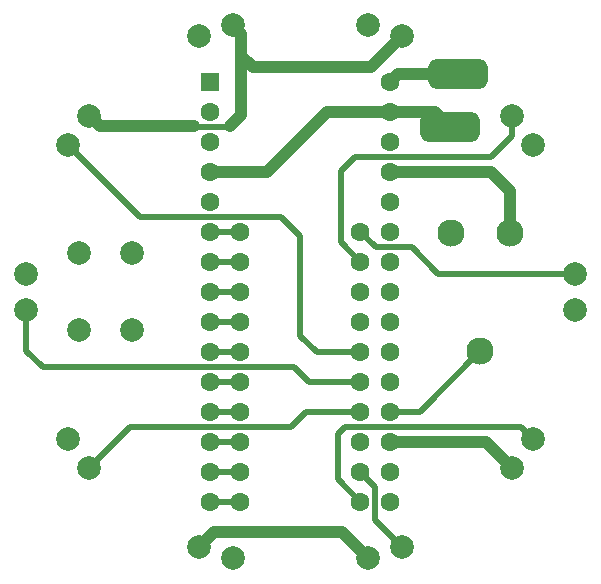
<source format=gtl>
%FSLAX42Y42*%
%MOMM*%
G71*
G01*
G75*
G04 Layer_Physical_Order=1*
G04 Layer_Color=255*
%ADD10C,0.50*%
%ADD11C,1.00*%
G04:AMPARAMS|DCode=12|XSize=5mm|YSize=2.5mm|CornerRadius=0.63mm|HoleSize=0mm|Usage=FLASHONLY|Rotation=0.000|XOffset=0mm|YOffset=0mm|HoleType=Round|Shape=RoundedRectangle|*
%AMROUNDEDRECTD12*
21,1,5.00,1.25,0,0,0.0*
21,1,3.75,2.50,0,0,0.0*
1,1,1.25,1.88,-0.63*
1,1,1.25,-1.88,-0.63*
1,1,1.25,-1.88,0.63*
1,1,1.25,1.88,0.63*
%
%ADD12ROUNDEDRECTD12*%
%ADD13C,2.00*%
%ADD14C,1.60*%
%ADD15R,1.60X1.60*%
%ADD16C,2.30*%
D10*
X-2184Y-636D02*
X-54D01*
X-2323Y-497D02*
X-2184Y-636D01*
X-2323Y-497D02*
Y-152D01*
X940Y380D02*
X1168Y152D01*
X636Y380D02*
X940D01*
X508Y508D02*
X636Y380D01*
X0Y-370D02*
Y470D01*
X-165Y635D02*
X0Y470D01*
X-1362Y635D02*
X-165D01*
X1789Y1319D02*
Y1488D01*
X1612Y1142D02*
X1789Y1319D01*
X462Y1142D02*
X1612D01*
X340Y1020D02*
X462Y1142D01*
X340Y422D02*
Y1020D01*
Y422D02*
X508Y254D01*
X44Y-1016D02*
X508D01*
X-84Y-1144D02*
X44Y-1016D01*
X-1445Y-1144D02*
X-84D01*
X72Y-762D02*
X508D01*
X-54Y-636D02*
X72Y-762D01*
X138Y-508D02*
X508D01*
X0Y-370D02*
X138Y-508D01*
X-1969Y1242D02*
X-1362Y635D01*
X635Y-1934D02*
X863Y-2162D01*
X635Y-1934D02*
Y-1651D01*
X508Y-1524D02*
X635Y-1651D01*
X317Y-1206D02*
X380Y-1144D01*
X317Y-1588D02*
Y-1206D01*
Y-1588D02*
X508Y-1778D01*
X-1789Y-1488D02*
X-1445Y-1144D01*
X-762Y-1270D02*
X-508D01*
X-602Y1398D02*
X-600Y1400D01*
X-898Y1398D02*
X-602D01*
X-900Y1400D02*
X-898Y1398D01*
X380Y-1144D02*
X1870D01*
X1969Y-1242D01*
X1168Y152D02*
X2322D01*
X762Y-1016D02*
X1008D01*
X1524Y-500D01*
X-762Y508D02*
X-508D01*
X-762Y254D02*
X-508D01*
X-762Y0D02*
X-508D01*
X-762Y-254D02*
X-508D01*
X-762Y-508D02*
X-508D01*
X-762Y-762D02*
X-508D01*
X-762Y-1016D02*
X-508D01*
X-762Y-1524D02*
X-508D01*
X-762Y-1778D02*
X-508D01*
D11*
X1614Y1016D02*
X1774Y856D01*
Y500D02*
Y856D01*
X1143Y1524D02*
X1270Y1397D01*
X762Y1524D02*
X1143D01*
X1571Y-1270D02*
X1789Y-1488D01*
X762Y-1270D02*
X1571D01*
X349Y-2032D02*
X573Y-2256D01*
X-733Y-2032D02*
X349D01*
X-863Y-2162D02*
X-733Y-2032D01*
X601Y1900D02*
X863Y2162D01*
X-400Y1900D02*
X601D01*
X-500Y2000D02*
X-400Y1900D01*
X-500Y2000D02*
Y2183D01*
Y1500D02*
Y2000D01*
X-573Y2256D02*
X-500Y2183D01*
X-600Y1400D02*
X-500Y1500D01*
X-1701Y1400D02*
X-900D01*
X-1789Y1488D02*
X-1701Y1400D01*
X224Y1524D02*
X762D01*
X-284Y1016D02*
X224Y1524D01*
X-762Y1016D02*
X-284D01*
X762D02*
X1614D01*
X762Y1778D02*
X825Y1842D01*
X1333D01*
D12*
X1270Y1397D02*
D03*
X1333Y1842D02*
D03*
D13*
X-2323Y-152D02*
D03*
Y152D02*
D03*
X-1969Y-1242D02*
D03*
X-1789Y-1488D02*
D03*
X-573Y-2256D02*
D03*
X-863Y-2162D02*
D03*
X573Y-2256D02*
D03*
X863Y-2162D02*
D03*
X1969Y-1242D02*
D03*
X1789Y-1488D02*
D03*
X2322Y-152D02*
D03*
Y152D02*
D03*
X1789Y1488D02*
D03*
X1969Y1242D02*
D03*
X863Y2162D02*
D03*
X573Y2256D02*
D03*
X-863Y2162D02*
D03*
X-573Y2256D02*
D03*
X-1789Y1488D02*
D03*
X-1969Y1242D02*
D03*
X-1426Y-325D02*
D03*
Y325D02*
D03*
X-1876D02*
D03*
Y-325D02*
D03*
D14*
X762Y1778D02*
D03*
Y1524D02*
D03*
Y1270D02*
D03*
Y1016D02*
D03*
Y762D02*
D03*
Y508D02*
D03*
Y254D02*
D03*
Y0D02*
D03*
Y-254D02*
D03*
Y-508D02*
D03*
Y-762D02*
D03*
Y-1016D02*
D03*
Y-1270D02*
D03*
Y-1524D02*
D03*
Y-1778D02*
D03*
X-762D02*
D03*
Y-1524D02*
D03*
Y-1270D02*
D03*
Y-1016D02*
D03*
Y-762D02*
D03*
Y-508D02*
D03*
Y-254D02*
D03*
Y0D02*
D03*
Y254D02*
D03*
Y508D02*
D03*
Y762D02*
D03*
Y1016D02*
D03*
Y1270D02*
D03*
Y1524D02*
D03*
X-508Y-254D02*
D03*
X508D02*
D03*
Y-508D02*
D03*
X-508D02*
D03*
Y-762D02*
D03*
X508D02*
D03*
Y-1016D02*
D03*
X-508D02*
D03*
Y-1270D02*
D03*
X508D02*
D03*
Y-1524D02*
D03*
X-508D02*
D03*
Y-1778D02*
D03*
X508D02*
D03*
Y508D02*
D03*
X-508D02*
D03*
X508Y0D02*
D03*
X-508D02*
D03*
Y254D02*
D03*
X508D02*
D03*
D15*
X-762Y1778D02*
D03*
D16*
X1274Y500D02*
D03*
X1774D02*
D03*
X1524Y-500D02*
D03*
M02*

</source>
